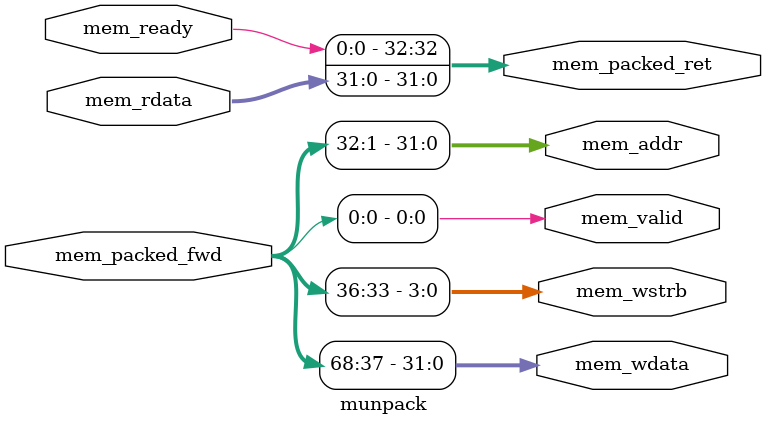
<source format=v>

module munpack (
    // Packed wires
    input  [68:0] mem_packed_fwd,
    output [32:0] mem_packed_ret,
    // Unpacked wires
    output [31:0] mem_wdata,    //CPU > MEM
    output [ 3:0] mem_wstrb,    //CPU > MEM
    output        mem_valid,    //CPU > MEM
    output [31:0] mem_addr,     //CPU > MEM
    input         mem_ready,    //CPU < MEM (TS)
    input  [31:0] mem_rdata     //CPU < MEM (TS)
);
assign mem_wdata      = mem_packed_fwd[68:37];
assign mem_wstrb      = mem_packed_fwd[36:33];
assign mem_addr       = mem_packed_fwd[32: 1];
assign mem_valid      = mem_packed_fwd[    0];
assign mem_packed_ret = { mem_ready, mem_rdata };

endmodule

</source>
